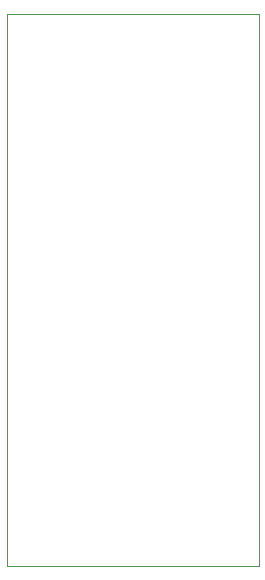
<source format=gm1>
G04 #@! TF.GenerationSoftware,KiCad,Pcbnew,(5.1.10)-1*
G04 #@! TF.CreationDate,2021-11-30T10:17:24+10:00*
G04 #@! TF.ProjectId,IS31FL3743x_Breakout,49533331-464c-4333-9734-33785f427265,rev?*
G04 #@! TF.SameCoordinates,Original*
G04 #@! TF.FileFunction,Profile,NP*
%FSLAX46Y46*%
G04 Gerber Fmt 4.6, Leading zero omitted, Abs format (unit mm)*
G04 Created by KiCad (PCBNEW (5.1.10)-1) date 2021-11-30 10:17:24*
%MOMM*%
%LPD*%
G01*
G04 APERTURE LIST*
G04 #@! TA.AperFunction,Profile*
%ADD10C,0.050000*%
G04 #@! TD*
G04 APERTURE END LIST*
D10*
X89310000Y-123360000D02*
X89310000Y-76610000D01*
X110640000Y-123360000D02*
X89310000Y-123360000D01*
X110640000Y-76610000D02*
X110640000Y-123360000D01*
X89310000Y-76610000D02*
X110640000Y-76610000D01*
M02*

</source>
